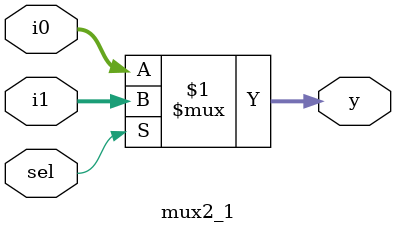
<source format=v>
`timescale 1ns / 1ps

module mux2_1(
    input [31:0] i0,
    input [31:0] i1,
    input sel,
    output [31:0] y
    );
    assign y = sel ? i1 : i0;
endmodule

</source>
